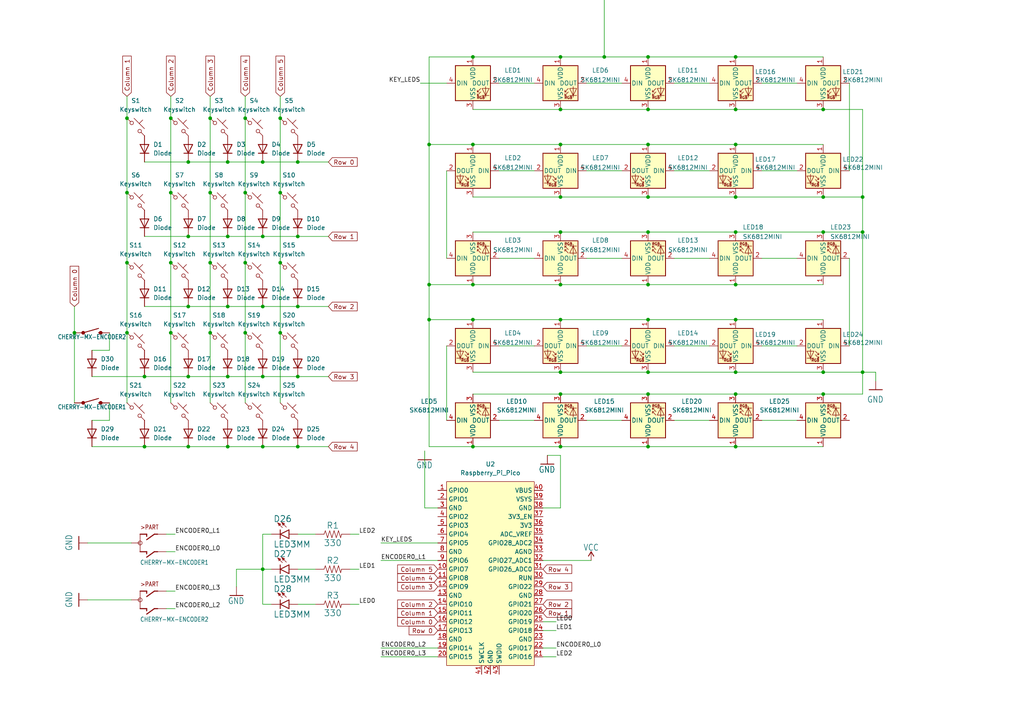
<source format=kicad_sch>
(kicad_sch (version 20231120) (generator "eeschema") (generator_version "8.0")
  (paper "A4")
  (junction (at 81.28 96.52))
  (junction (at 238.76 57.15))
  (junction (at 49.53 96.52))
  (junction (at 187.96 129.54))
  (junction (at 81.28 55.88))
  (junction (at 187.96 16.51))
  (junction (at 54.61 109.22))
  (junction (at 162.56 82.55))
  (junction (at 162.56 16.51))
  (junction (at 81.28 34.29))
  (junction (at 41.91 109.22))
  (junction (at 49.53 34.29))
  (junction (at 60.96 96.52))
  (junction (at 60.96 34.29))
  (junction (at 137.16 41.91))
  (junction (at 76.2 88.9))
  (junction (at 162.56 31.75))
  (junction (at 76.2 46.99))
  (junction (at 60.96 55.88))
  (junction (at 66.04 129.54))
  (junction (at 71.12 76.2))
  (junction (at 86.36 129.54))
  (junction (at 162.56 107.95))
  (junction (at 54.61 46.99))
  (junction (at 213.36 92.71))
  (junction (at 36.83 76.2))
  (junction (at 66.04 109.22))
  (junction (at 187.96 107.95))
  (junction (at 162.56 92.71))
  (junction (at 213.36 114.3))
  (junction (at 60.96 76.2))
  (junction (at 41.91 129.54))
  (junction (at 162.56 57.15))
  (junction (at 76.2 165.1))
  (junction (at 86.36 68.58))
  (junction (at 36.83 34.29))
  (junction (at 66.04 68.58))
  (junction (at 213.36 16.51))
  (junction (at 238.76 31.75))
  (junction (at 250.19 107.95))
  (junction (at 81.28 76.2))
  (junction (at 137.16 16.51))
  (junction (at 49.53 76.2))
  (junction (at 71.12 34.29))
  (junction (at 162.56 114.3))
  (junction (at 54.61 129.54))
  (junction (at 86.36 88.9))
  (junction (at 187.96 57.15))
  (junction (at 187.96 114.3))
  (junction (at 54.61 68.58))
  (junction (at 36.83 55.88))
  (junction (at 175.26 16.51))
  (junction (at 137.16 92.71))
  (junction (at 49.53 55.88))
  (junction (at 66.04 46.99))
  (junction (at 187.96 82.55))
  (junction (at 162.56 41.91))
  (junction (at 187.96 41.91))
  (junction (at 86.36 46.99))
  (junction (at 213.36 31.75))
  (junction (at 137.16 82.55))
  (junction (at 137.16 129.54))
  (junction (at 213.36 67.31))
  (junction (at 71.12 96.52))
  (junction (at 250.19 67.31))
  (junction (at 162.56 129.54))
  (junction (at 124.46 92.71))
  (junction (at 124.46 82.55))
  (junction (at 213.36 41.91))
  (junction (at 213.36 82.55))
  (junction (at 162.56 67.31))
  (junction (at 238.76 114.3))
  (junction (at 66.04 88.9))
  (junction (at 213.36 129.54))
  (junction (at 54.61 88.9))
  (junction (at 250.19 57.15))
  (junction (at 213.36 107.95))
  (junction (at 213.36 57.15))
  (junction (at 86.36 109.22))
  (junction (at 21.59 96.52))
  (junction (at 76.2 68.58))
  (junction (at 187.96 92.71))
  (junction (at 187.96 31.75))
  (junction (at 76.2 129.54))
  (junction (at 36.83 96.52))
  (junction (at 124.46 41.91))
  (junction (at 71.12 55.88))
  (junction (at 187.96 67.31))
  (junction (at 76.2 109.22))
  (junction (at 238.76 67.31))
  (junction (at 238.76 107.95))
  (wire (pts (xy 49.53 96.52) (xy 49.53 116.84)))
  (wire (pts (xy 144.78 100.33) (xy 154.94 100.33)))
  (wire (pts (xy 195.58 24.13) (xy 205.74 24.13)))
  (wire (pts (xy 48.26 176.53) (xy 50.8 176.53)))
  (wire (pts (xy 187.96 67.31) (xy 213.36 67.31)))
  (wire (pts (xy 31.75 101.6) (xy 26.67 101.6)))
  (wire (pts (xy 81.28 34.29) (xy 81.28 55.88)))
  (wire (pts (xy 91.44 175.26) (xy 86.36 175.26)))
  (wire (pts (xy 21.59 96.52) (xy 21.59 116.84)))
  (wire (pts (xy 238.76 67.31) (xy 250.19 67.31)))
  (wire (pts (xy 137.16 82.55) (xy 162.56 82.55)))
  (wire (pts (xy 213.36 129.54) (xy 238.76 129.54)))
  (wire (pts (xy 162.56 57.15) (xy 187.96 57.15)))
  (wire (pts (xy 170.18 121.92) (xy 180.34 121.92)))
  (wire (pts (xy 195.58 100.33) (xy 205.74 100.33)))
  (wire (pts (xy 48.26 160.02) (xy 50.8 160.02)))
  (wire (pts (xy 137.16 114.3) (xy 162.56 114.3)))
  (wire (pts (xy 187.96 82.55) (xy 213.36 82.55)))
  (wire (pts (xy 187.96 31.75) (xy 213.36 31.75)))
  (wire (pts (xy 144.78 74.93) (xy 154.94 74.93)))
  (wire (pts (xy 76.2 165.1) (xy 68.58 165.1)))
  (wire (pts (xy 195.58 49.53) (xy 205.74 49.53)))
  (wire (pts (xy 36.83 55.88) (xy 36.83 76.2)))
  (wire (pts (xy 157.48 182.88) (xy 161.29 182.88)))
  (wire (pts (xy 250.19 114.3) (xy 250.19 107.95)))
  (wire (pts (xy 124.46 41.91) (xy 124.46 82.55)))
  (wire (pts (xy 162.56 132.08) (xy 158.75 132.08)))
  (wire (pts (xy 137.16 16.51) (xy 162.56 16.51)))
  (wire (pts (xy 246.38 24.13) (xy 246.38 49.53)))
  (wire (pts (xy 121.92 24.13) (xy 129.54 24.13)))
  (wire (pts (xy 71.12 34.29) (xy 71.12 55.88)))
  (wire (pts (xy 250.19 31.75) (xy 250.19 57.15)))
  (wire (pts (xy 54.61 109.22) (xy 66.04 109.22)))
  (wire (pts (xy 21.59 88.9) (xy 21.59 96.52)))
  (wire (pts (xy 213.36 16.51) (xy 238.76 16.51)))
  (wire (pts (xy 60.96 27.94) (xy 60.96 34.29)))
  (wire (pts (xy 213.36 82.55) (xy 238.76 82.55)))
  (wire (pts (xy 137.16 92.71) (xy 162.56 92.71)))
  (wire (pts (xy 137.16 31.75) (xy 162.56 31.75)))
  (wire (pts (xy 91.44 165.1) (xy 86.36 165.1)))
  (wire (pts (xy 137.16 41.91) (xy 162.56 41.91)))
  (wire (pts (xy 86.36 129.54) (xy 76.2 129.54)))
  (wire (pts (xy 124.46 92.71) (xy 124.46 129.54)))
  (wire (pts (xy 95.25 46.99) (xy 86.36 46.99)))
  (wire (pts (xy 238.76 57.15) (xy 250.19 57.15)))
  (wire (pts (xy 254 107.95) (xy 250.19 107.95)))
  (wire (pts (xy 36.83 76.2) (xy 36.83 96.52)))
  (wire (pts (xy 129.54 100.33) (xy 129.54 121.92)))
  (wire (pts (xy 187.96 41.91) (xy 213.36 41.91)))
  (wire (pts (xy 157.48 162.56) (xy 171.45 162.56)))
  (wire (pts (xy 187.96 107.95) (xy 213.36 107.95)))
  (wire (pts (xy 162.56 31.75) (xy 187.96 31.75)))
  (wire (pts (xy 175.26 -1.27) (xy 175.26 16.51)))
  (wire (pts (xy 187.96 16.51) (xy 213.36 16.51)))
  (wire (pts (xy 170.18 100.33) (xy 180.34 100.33)))
  (wire (pts (xy 86.36 88.9) (xy 76.2 88.9)))
  (wire (pts (xy 195.58 121.92) (xy 205.74 121.92)))
  (wire (pts (xy 25.4 157.48) (xy 38.1 157.48)))
  (wire (pts (xy 220.98 74.93) (xy 231.14 74.93)))
  (wire (pts (xy 213.36 31.75) (xy 238.76 31.75)))
  (wire (pts (xy 238.76 107.95) (xy 250.19 107.95)))
  (wire (pts (xy 187.96 114.3) (xy 213.36 114.3)))
  (wire (pts (xy 31.75 121.92) (xy 26.67 121.92)))
  (wire (pts (xy 170.18 74.93) (xy 180.34 74.93)))
  (wire (pts (xy 76.2 68.58) (xy 66.04 68.58)))
  (wire (pts (xy 129.54 49.53) (xy 129.54 74.93)))
  (wire (pts (xy 157.48 190.5) (xy 161.29 190.5)))
  (wire (pts (xy 31.75 116.84) (xy 31.75 121.92)))
  (wire (pts (xy 254 107.95) (xy 254 110.49)))
  (wire (pts (xy 195.58 74.93) (xy 205.74 74.93)))
  (wire (pts (xy 60.96 96.52) (xy 60.96 116.84)))
  (wire (pts (xy 162.56 129.54) (xy 187.96 129.54)))
  (wire (pts (xy 71.12 76.2) (xy 71.12 96.52)))
  (wire (pts (xy 170.18 49.53) (xy 180.34 49.53)))
  (wire (pts (xy 144.78 24.13) (xy 154.94 24.13)))
  (wire (pts (xy 137.16 107.95) (xy 162.56 107.95)))
  (wire (pts (xy 187.96 57.15) (xy 213.36 57.15)))
  (wire (pts (xy 162.56 41.91) (xy 187.96 41.91)))
  (wire (pts (xy 137.16 129.54) (xy 162.56 129.54)))
  (wire (pts (xy 81.28 55.88) (xy 81.28 76.2)))
  (wire (pts (xy 36.83 96.52) (xy 36.83 116.84)))
  (wire (pts (xy 81.28 76.2) (xy 81.28 96.52)))
  (wire (pts (xy 157.48 187.96) (xy 161.29 187.96)))
  (wire (pts (xy 49.53 76.2) (xy 49.53 96.52)))
  (wire (pts (xy 76.2 165.1) (xy 76.2 175.26)))
  (wire (pts (xy 76.2 88.9) (xy 66.04 88.9)))
  (wire (pts (xy 238.76 114.3) (xy 250.19 114.3)))
  (wire (pts (xy 49.53 27.94) (xy 49.53 34.29)))
  (wire (pts (xy 101.6 154.94) (xy 104.14 154.94)))
  (wire (pts (xy 123.19 130.81) (xy 123.19 147.32)))
  (wire (pts (xy 162.56 147.32) (xy 162.56 132.08)))
  (wire (pts (xy 86.36 46.99) (xy 76.2 46.99)))
  (wire (pts (xy 81.28 96.52) (xy 81.28 116.84)))
  (wire (pts (xy 144.78 121.92) (xy 154.94 121.92)))
  (wire (pts (xy 86.36 154.94) (xy 91.44 154.94)))
  (wire (pts (xy 95.25 109.22) (xy 86.36 109.22)))
  (wire (pts (xy 60.96 34.29) (xy 60.96 55.88)))
  (wire (pts (xy 101.6 165.1) (xy 104.14 165.1)))
  (wire (pts (xy 162.56 67.31) (xy 187.96 67.31)))
  (wire (pts (xy 124.46 16.51) (xy 137.16 16.51)))
  (wire (pts (xy 170.18 24.13) (xy 180.34 24.13)))
  (wire (pts (xy 95.25 129.54) (xy 86.36 129.54)))
  (wire (pts (xy 162.56 114.3) (xy 187.96 114.3)))
  (wire (pts (xy 213.36 67.31) (xy 238.76 67.31)))
  (wire (pts (xy 76.2 154.94) (xy 76.2 165.1)))
  (wire (pts (xy 36.83 34.29) (xy 36.83 55.88)))
  (wire (pts (xy 31.75 96.52) (xy 31.75 101.6)))
  (wire (pts (xy 54.61 46.99) (xy 66.04 46.99)))
  (wire (pts (xy 250.19 67.31) (xy 250.19 107.95)))
  (wire (pts (xy 66.04 129.54) (xy 54.61 129.54)))
  (wire (pts (xy 162.56 16.51) (xy 175.26 16.51)))
  (wire (pts (xy 78.74 154.94) (xy 76.2 154.94)))
  (wire (pts (xy 137.16 67.31) (xy 162.56 67.31)))
  (wire (pts (xy 49.53 34.29) (xy 49.53 55.88)))
  (wire (pts (xy 41.91 129.54) (xy 54.61 129.54)))
  (wire (pts (xy 26.67 129.54) (xy 41.91 129.54)))
  (wire (pts (xy 213.36 114.3) (xy 238.76 114.3)))
  (wire (pts (xy 95.25 88.9) (xy 86.36 88.9)))
  (wire (pts (xy 187.96 129.54) (xy 213.36 129.54)))
  (wire (pts (xy 124.46 41.91) (xy 137.16 41.91)))
  (wire (pts (xy 127 147.32) (xy 123.19 147.32)))
  (wire (pts (xy 220.98 49.53) (xy 231.14 49.53)))
  (wire (pts (xy 71.12 96.52) (xy 71.12 116.84)))
  (wire (pts (xy 220.98 121.92) (xy 231.14 121.92)))
  (wire (pts (xy 60.96 55.88) (xy 60.96 76.2)))
  (wire (pts (xy 76.2 46.99) (xy 66.04 46.99)))
  (wire (pts (xy 41.91 46.99) (xy 54.61 46.99)))
  (wire (pts (xy 76.2 109.22) (xy 66.04 109.22)))
  (wire (pts (xy 162.56 82.55) (xy 187.96 82.55)))
  (wire (pts (xy 95.25 68.58) (xy 86.36 68.58)))
  (wire (pts (xy 144.78 49.53) (xy 154.94 49.53)))
  (wire (pts (xy 60.96 76.2) (xy 60.96 96.52)))
  (wire (pts (xy 49.53 55.88) (xy 49.53 76.2)))
  (wire (pts (xy 76.2 129.54) (xy 66.04 129.54)))
  (wire (pts (xy 162.56 92.71) (xy 187.96 92.71)))
  (wire (pts (xy 124.46 129.54) (xy 137.16 129.54)))
  (wire (pts (xy 81.28 27.94) (xy 81.28 34.29)))
  (wire (pts (xy 220.98 24.13) (xy 231.14 24.13)))
  (wire (pts (xy 238.76 31.75) (xy 250.19 31.75)))
  (wire (pts (xy 213.36 107.95) (xy 238.76 107.95)))
  (wire (pts (xy 76.2 68.58) (xy 86.36 68.58)))
  (wire (pts (xy 71.12 55.88) (xy 71.12 76.2)))
  (wire (pts (xy 71.12 27.94) (xy 71.12 34.29)))
  (wire (pts (xy 213.36 57.15) (xy 238.76 57.15)))
  (wire (pts (xy 66.04 68.58) (xy 54.61 68.58)))
  (wire (pts (xy 110.49 190.5) (xy 127 190.5)))
  (wire (pts (xy 101.6 175.26) (xy 104.14 175.26)))
  (wire (pts (xy 54.61 88.9) (xy 66.04 88.9)))
  (wire (pts (xy 124.46 82.55) (xy 137.16 82.55)))
  (wire (pts (xy 213.36 41.91) (xy 238.76 41.91)))
  (wire (pts (xy 213.36 92.71) (xy 238.76 92.71)))
  (wire (pts (xy 86.36 109.22) (xy 76.2 109.22)))
  (wire (pts (xy 246.38 74.93) (xy 246.38 100.33)))
  (wire (pts (xy 110.49 162.56) (xy 127 162.56)))
  (wire (pts (xy 124.46 82.55) (xy 124.46 92.71)))
  (wire (pts (xy 157.48 147.32) (xy 162.56 147.32)))
  (wire (pts (xy 26.67 109.22) (xy 41.91 109.22)))
  (wire (pts (xy 36.83 27.94) (xy 36.83 34.29)))
  (wire (pts (xy 48.26 154.94) (xy 50.8 154.94)))
  (wire (pts (xy 187.96 92.71) (xy 213.36 92.71)))
  (wire (pts (xy 220.98 100.33) (xy 231.14 100.33)))
  (wire (pts (xy 157.48 180.34) (xy 161.29 180.34)))
  (wire (pts (xy 110.49 157.48) (xy 127 157.48)))
  (wire (pts (xy 68.58 165.1) (xy 68.58 170.18)))
  (wire (pts (xy 162.56 107.95) (xy 187.96 107.95)))
  (wire (pts (xy 250.19 57.15) (xy 250.19 67.31)))
  (wire (pts (xy 175.26 16.51) (xy 187.96 16.51)))
  (wire (pts (xy 110.49 187.96) (xy 127 187.96)))
  (wire (pts (xy 76.2 165.1) (xy 78.74 165.1)))
  (wire (pts (xy 76.2 175.26) (xy 78.74 175.26)))
  (wire (pts (xy 137.16 57.15) (xy 162.56 57.15)))
  (wire (pts (xy 48.26 171.45) (xy 50.8 171.45)))
  (wire (pts (xy 124.46 41.91) (xy 124.46 16.51)))
  (wire (pts (xy 41.91 88.9) (xy 54.61 88.9)))
  (wire (pts (xy 54.61 109.22) (xy 41.91 109.22)))
  (wire (pts (xy 25.4 173.99) (xy 38.1 173.99)))
  (wire (pts (xy 54.61 68.58) (xy 41.91 68.58)))
  (wire (pts (xy 137.16 92.71) (xy 124.46 92.71)))
  (label "LED0" (at 104.14 175.26 0) (effects (font (size 1.2446 1.2446))))
  (label "KEY_LEDS" (at 121.92 24.13 180) (effects (font (size 1.2446 1.2446))))
  (label "ENCODER0_L0" (at 161.29 187.96 0) (effects (font (size 1.2446 1.2446))))
  (label "LED1" (at 161.29 182.88 0) (effects (font (size 1.2446 1.2446))))
  (label "ENCODER0_L1" (at 50.8 154.94 0) (effects (font (size 1.2446 1.2446))))
  (label "LED1" (at 104.14 165.1 0) (effects (font (size 1.2446 1.2446))))
  (label "ENCODER0_L2" (at 110.49 187.96 0) (effects (font (size 1.2446 1.2446))))
  (label "KEY_LEDS" (at 110.49 157.48 0) (effects (font (size 1.2446 1.2446))))
  (label "ENCODER0_L1" (at 110.49 162.56 0) (effects (font (size 1.2446 1.2446))))
  (label "ENCODER0_L2" (at 50.8 176.53 0) (effects (font (size 1.2446 1.2446))))
  (label "LED2" (at 161.29 190.5 0) (effects (font (size 1.2446 1.2446))))
  (label "LED0" (at 161.29 180.34 0) (effects (font (size 1.2446 1.2446))))
  (label "ENCODER0_L3" (at 50.8 171.45 0) (effects (font (size 1.2446 1.2446))))
  (label "LED2" (at 104.14 154.94 0) (effects (font (size 1.2446 1.2446))))
  (label "ENCODER0_L0" (at 50.8 160.02 0) (effects (font (size 1.2446 1.2446))))
  (label "ENCODER0_L3" (at 110.49 190.5 0) (effects (font (size 1.2446 1.2446))))
  (global_label "Row 1" (shape input) (at 157.48 177.8 0) (property "Intersheetrefs" "${INTERSHEET_REFS}" (effects (hide yes))))
  (global_label "Column 2" (shape input) (at 127 175.26 180) (property "Intersheetrefs" "${INTERSHEET_REFS}" (effects (hide yes))))
  (global_label "Column 3" (shape input) (at 127 170.18 180) (property "Intersheetrefs" "${INTERSHEET_REFS}" (effects (hide yes))))
  (global_label "Row 3" (shape input) (at 157.48 170.18 0) (property "Intersheetrefs" "${INTERSHEET_REFS}" (effects (hide yes))))
  (global_label "Column 4" (shape input) (at 127 167.64 180) (property "Intersheetrefs" "${INTERSHEET_REFS}" (effects (hide yes))))
  (global_label "Column 1" (shape input) (at 127 177.8 180) (property "Intersheetrefs" "${INTERSHEET_REFS}" (effects (hide yes))))
  (global_label "Column 1" (shape input) (at 36.83 27.94 90) (property "Intersheetrefs" "${INTERSHEET_REFS}" (effects (hide yes))))
  (global_label "Row 4" (shape input) (at 95.25 129.54 0) (property "Intersheetrefs" "${INTERSHEET_REFS}" (effects (hide yes))))
  (global_label "Column 2" (shape input) (at 49.53 27.94 90) (property "Intersheetrefs" "${INTERSHEET_REFS}" (effects (hide yes))))
  (global_label "Row 2" (shape input) (at 157.48 175.26 0) (property "Intersheetrefs" "${INTERSHEET_REFS}" (effects (hide yes))))
  (global_label "Row 0" (shape input) (at 127 182.88 180) (property "Intersheetrefs" "${INTERSHEET_REFS}" (effects (hide yes))))
  (global_label "Column 0" (shape input) (at 127 180.34 180) (property "Intersheetrefs" "${INTERSHEET_REFS}" (effects (hide yes))))
  (global_label "Column 3" (shape input) (at 60.96 27.94 90) (property "Intersheetrefs" "${INTERSHEET_REFS}" (effects (hide yes))))
  (global_label "Row 4" (shape input) (at 157.48 165.1 0) (property "Intersheetrefs" "${INTERSHEET_REFS}" (effects (hide yes))))
  (global_label "Row 1" (shape input) (at 95.25 68.58 0) (property "Intersheetrefs" "${INTERSHEET_REFS}" (effects (hide yes))))
  (global_label "Row 2" (shape input) (at 95.25 88.9 0) (property "Intersheetrefs" "${INTERSHEET_REFS}" (effects (hide yes))))
  (global_label "Column 0" (shape input) (at 21.59 88.9 90) (property "Intersheetrefs" "${INTERSHEET_REFS}" (effects (hide yes))))
  (global_label "Column 5" (shape input) (at 81.28 27.94 90) (property "Intersheetrefs" "${INTERSHEET_REFS}" (effects (hide yes))))
  (global_label "Row 3" (shape input) (at 95.25 109.22 0) (property "Intersheetrefs" "${INTERSHEET_REFS}" (effects (hide yes))))
  (global_label "Row 0" (shape input) (at 95.25 46.99 0) (property "Intersheetrefs" "${INTERSHEET_REFS}" (effects (hide yes))))
  (global_label "Column 5" (shape input) (at 127 165.1 180) (property "Intersheetrefs" "${INTERSHEET_REFS}" (effects (hide yes))))
  (global_label "Column 4" (shape input) (at 71.12 27.94 90) (property "Intersheetrefs" "${INTERSHEET_REFS}" (effects (hide yes))))
  (symbol (lib_id "ScottoKeebs:Placeholder_Keyswitch") (at 73.66 78.74 0) (unit 1)
    (property "Reference" "S14" (at 73.66 71.12 0))
    (property "Value" "Keyswitch" (at 73.66 73.66 0))
    (property "Footprint" "ScottoKeebs_Hotswap:Hotswap_MX_1.00u" (effects (hide yes)))
    (property "Description" "Push button switch, normally open, two pins, 45° tilted" (effects (hide yes)))
  )
  (symbol (lib_id "dumbpad_lib:SK6812MINI_1") (at 213.36 24.13 0) (unit 1)
    (property "Reference" "LED16" (at 221.996 20.828 0))
    (property "Value" "SK6812MINI" (at 224.9359 23.1799 0))
    (property "Footprint" "LED_SMD:LED_SK6812MINI_PLCC4_3.5x3.5mm_P1.75mm" (effects (hide yes)))
    (property "Datasheet" "https://cdn-shop.adafruit.com/product-files/2686/SK6812MINI_REV.01-1-2.pdf" (effects (hide yes)))
  )
  (symbol (lib_id "ScottoKeebs:Placeholder_Keyswitch") (at 39.37 36.83 0) (unit 1)
    (property "Reference" "S1" (at 39.37 29.21 0))
    (property "Value" "Keyswitch" (at 39.37 31.75 0))
    (property "Footprint" "ScottoKeebs_Hotswap:Hotswap_MX_1.00u" (effects (hide yes)))
    (property "Description" "Push button switch, normally open, two pins, 45° tilted" (effects (hide yes)))
  )
  (symbol (lib_id "ScottoKeebs:Placeholder_Keyswitch") (at 83.82 58.42 0) (unit 1)
    (property "Reference" "S10" (at 83.82 50.8 0))
    (property "Value" "Keyswitch" (at 83.82 53.34 0))
    (property "Footprint" "ScottoKeebs_Hotswap:Hotswap_MX_1.00u" (effects (hide yes)))
    (property "Description" "Push button switch, normally open, two pins, 45° tilted" (effects (hide yes)))
  )
  (symbol (lib_id "dumbpad-eagle-import:330OHM-HORIZ-1/10W-5%") (at 96.52 165.1 0) (unit 1)
    (property "Reference" "R2" (at 96.52 163.576 0) (effects (font (size 1.778 1.778)) (justify bottom)))
    (property "Value" "330" (at 96.52 166.624 0) (effects (font (size 1.778 1.778)) (justify top)))
    (property "Footprint" "dumbpad:AXIAL-0.3" (effects (hide yes)))
  )
  (symbol (lib_id "dumbpad_lib:SK6812MINI_1") (at 187.96 24.13 0) (unit 1)
    (property "Reference" "LED11" (at 199.5359 20.4048 0))
    (property "Value" "SK6812MINI" (at 199.5359 23.1799 0))
    (property "Footprint" "LED_SMD:LED_SK6812MINI_PLCC4_3.5x3.5mm_P1.75mm" (effects (hide yes)))
    (property "Datasheet" "https://cdn-shop.adafruit.com/product-files/2686/SK6812MINI_REV.01-1-2.pdf" (effects (hide yes)))
  )
  (symbol (lib_id "ScottoKeebs:Placeholder_Diode") (at 41.91 43.18 90) (unit 1)
    (property "Reference" "D1" (at 44.45 41.9099 90) (effects (justify right)))
    (property "Value" "Diode" (at 44.45 44.4499 90) (effects (justify right)))
    (property "Footprint" "ScottoKeebs_Components:Diode_DO-35" (effects (hide yes)))
    (property "Description" "1N4148 (DO-35) or 1N4148W (SOD-123)" (effects (hide yes)))
    (property "Sim.Device" "D" (effects (hide yes)))
    (property "Sim.Pins" "1=K 2=A" (effects (hide yes)))
  )
  (symbol (lib_id "dumbpad-eagle-import:CHERRY-MX-ENCODER") (at 26.67 116.84 0) (unit 1)
    (property "Reference" "RE_3_1" (effects (hide yes)))
    (property "Value" "CHERRY-MX-ENCODER1" (at 26.67 117.348 0) (effects (font (size 1.27 1.0795)) (justify top)))
    (property "Footprint" "Rotary_Encoder:RotaryEncoder_Alps_EC11E-Switch_Vertical_H20mm" (effects (hide yes)))
  )
  (symbol (lib_id "ScottoKeebs:Placeholder_Diode") (at 76.2 85.09 90) (unit 1)
    (property "Reference" "D14" (at 78.74 83.8199 90) (effects (justify right)))
    (property "Value" "Diode" (at 78.74 86.3599 90) (effects (justify right)))
    (property "Footprint" "ScottoKeebs_Components:Diode_DO-35" (effects (hide yes)))
    (property "Description" "1N4148 (DO-35) or 1N4148W (SOD-123)" (effects (hide yes)))
    (property "Sim.Device" "D" (effects (hide yes)))
    (property "Sim.Pins" "1=K 2=A" (effects (hide yes)))
  )
  (symbol (lib_id "dumbpad_lib:SK6812MINI_1") (at 238.76 74.93 0) (mirror x) (unit 1)
    (property "Reference" "LED23" (at 240.7794 65.8835 0) (effects (justify left)))
    (property "Value" "SK6812MINI" (at 240.7794 68.6586 0) (effects (justify left)))
    (property "Footprint" "LED_SMD:LED_SK6812MINI_PLCC4_3.5x3.5mm_P1.75mm" (effects (hide yes)))
    (property "Datasheet" "https://cdn-shop.adafruit.com/product-files/2686/SK6812MINI_REV.01-1-2.pdf" (effects (hide yes)))
  )
  (symbol (lib_id "ScottoKeebs:Placeholder_Diode") (at 76.2 64.77 90) (unit 1)
    (property "Reference" "D9" (at 78.74 63.4999 90) (effects (justify right)))
    (property "Value" "Diode" (at 78.74 66.0399 90) (effects (justify right)))
    (property "Footprint" "ScottoKeebs_Components:Diode_DO-35" (effects (hide yes)))
    (property "Description" "1N4148 (DO-35) or 1N4148W (SOD-123)" (effects (hide yes)))
    (property "Sim.Device" "D" (effects (hide yes)))
    (property "Sim.Pins" "1=K 2=A" (effects (hide yes)))
  )
  (symbol (lib_id "ScottoKeebs:Placeholder_Keyswitch") (at 52.07 119.38 0) (unit 1)
    (property "Reference" "S22" (at 52.07 111.76 0))
    (property "Value" "Keyswitch" (at 52.07 114.3 0))
    (property "Footprint" "ScottoKeebs_Hotswap:Hotswap_MX_1.00u" (effects (hide yes)))
    (property "Description" "Push button switch, normally open, two pins, 45° tilted" (effects (hide yes)))
  )
  (symbol (lib_id "dumbpad-eagle-import:GND") (at 22.86 157.48 270) (unit 1)
    (property "Reference" "#GND01" (effects (hide yes)))
    (property "Value" "GND" (at 19.05 154.94 0) (effects (font (size 1.778 1.5113)) (justify left bottom)))
    (property "Footprint" "dumbpad:" (effects (hide yes)))
  )
  (symbol (lib_id "ScottoKeebs:Placeholder_Diode") (at 26.67 125.73 90) (unit 1)
    (property "Reference" "D29" (at 29.21 124.4599 90) (effects (justify right)))
    (property "Value" "Diode" (at 29.21 126.9999 90) (effects (justify right)))
    (property "Footprint" "ScottoKeebs_Components:Diode_DO-35" (effects (hide yes)))
    (property "Description" "1N4148 (DO-35) or 1N4148W (SOD-123)" (effects (hide yes)))
    (property "Sim.Device" "D" (effects (hide yes)))
    (property "Sim.Pins" "1=K 2=A" (effects (hide yes)))
  )
  (symbol (lib_id "ScottoKeebs:Placeholder_Diode") (at 86.36 43.18 90) (unit 1)
    (property "Reference" "D5" (at 88.9 41.9099 90) (effects (justify right)))
    (property "Value" "Diode" (at 88.9 44.4499 90) (effects (justify right)))
    (property "Footprint" "ScottoKeebs_Components:Diode_DO-35" (effects (hide yes)))
    (property "Description" "1N4148 (DO-35) or 1N4148W (SOD-123)" (effects (hide yes)))
    (property "Sim.Device" "D" (effects (hide yes)))
    (property "Sim.Pins" "1=K 2=A" (effects (hide yes)))
  )
  (symbol (lib_id "dumbpad_lib:SK6812MINI_1") (at 213.36 121.92 0) (mirror x) (unit 1)
    (property "Reference" "LED20" (at 200.66 116.4238 0))
    (property "Value" "SK6812MINI" (at 200.66 118.9638 0))
    (property "Footprint" "LED_SMD:LED_SK6812MINI_PLCC4_3.5x3.5mm_P1.75mm" (effects (hide yes)))
    (property "Datasheet" "https://cdn-shop.adafruit.com/product-files/2686/SK6812MINI_REV.01-1-2.pdf" (effects (hide yes)))
  )
  (symbol (lib_id "dumbpad_lib:SK6812MINI_1") (at 187.96 100.33 0) (mirror y) (unit 1)
    (property "Reference" "LED14" (at 199.5359 96.6048 0))
    (property "Value" "SK6812MINI" (at 199.5359 99.3799 0))
    (property "Footprint" "LED_SMD:LED_SK6812MINI_PLCC4_3.5x3.5mm_P1.75mm" (effects (hide yes)))
    (property "Datasheet" "https://cdn-shop.adafruit.com/product-files/2686/SK6812MINI_REV.01-1-2.pdf" (effects (hide yes)))
  )
  (symbol (lib_id "dumbpad-eagle-import:CHERRY-MX-ENCODER") (at 40.64 173.99 270) (unit 2)
    (property "Reference" "RE_3_2" (effects (hide yes)))
    (property "Value" "CHERRY-MX-ENCODER2" (at 40.64 180.34 90) (effects (font (size 1.27 1.0795)) (justify left bottom)))
    (property "Footprint" "Rotary_Encoder:RotaryEncoder_Alps_EC11E-Switch_Vertical_H20mm" (effects (hide yes)))
  )
  (symbol (lib_id "ScottoKeebs:Placeholder_Diode") (at 66.04 125.73 90) (unit 1)
    (property "Reference" "D23" (at 68.58 124.4599 90) (effects (justify right)))
    (property "Value" "Diode" (at 68.58 126.9999 90) (effects (justify right)))
    (property "Footprint" "ScottoKeebs_Components:Diode_DO-35" (effects (hide yes)))
    (property "Description" "1N4148 (DO-35) or 1N4148W (SOD-123)" (effects (hide yes)))
    (property "Sim.Device" "D" (effects (hide yes)))
    (property "Sim.Pins" "1=K 2=A" (effects (hide yes)))
  )
  (symbol (lib_id "ScottoKeebs:Placeholder_Keyswitch") (at 73.66 99.06 0) (unit 1)
    (property "Reference" "S19" (at 73.66 91.44 0))
    (property "Value" "Keyswitch" (at 73.66 93.98 0))
    (property "Footprint" "ScottoKeebs_Hotswap:Hotswap_MX_1.00u" (effects (hide yes)))
    (property "Description" "Push button switch, normally open, two pins, 45° tilted" (effects (hide yes)))
  )
  (symbol (lib_id "dumbpad_lib:SK6812MINI_1") (at 238.76 100.33 0) (mirror y) (unit 1)
    (property "Reference" "LED24" (at 247.396 97.028 0))
    (property "Value" "SK6812MINI" (at 250.3359 99.3799 0))
    (property "Footprint" "LED_SMD:LED_SK6812MINI_PLCC4_3.5x3.5mm_P1.75mm" (effects (hide yes)))
    (property "Datasheet" "https://cdn-shop.adafruit.com/product-files/2686/SK6812MINI_REV.01-1-2.pdf" (effects (hide yes)))
  )
  (symbol (lib_id "dumbpad_lib:SK6812MINI_1") (at 137.16 74.93 0) (mirror x) (unit 1)
    (property "Reference" "LED3" (at 148.7359 69.706 0))
    (property "Value" "SK6812MINI" (at 148.7359 72.4811 0))
    (property "Footprint" "LED_SMD:LED_SK6812MINI_PLCC4_3.5x3.5mm_P1.75mm" (effects (hide yes)))
    (property "Datasheet" "https://cdn-shop.adafruit.com/product-files/2686/SK6812MINI_REV.01-1-2.pdf" (effects (hide yes)))
  )
  (symbol (lib_id "dumbpad_lib:SK6812MINI_1") (at 213.36 49.53 0) (mirror y) (unit 1)
    (property "Reference" "LED17" (at 221.996 46.228 0))
    (property "Value" "SK6812MINI" (at 224.9359 48.5799 0))
    (property "Footprint" "LED_SMD:LED_SK6812MINI_PLCC4_3.5x3.5mm_P1.75mm" (effects (hide yes)))
    (property "Datasheet" "https://cdn-shop.adafruit.com/product-files/2686/SK6812MINI_REV.01-1-2.pdf" (effects (hide yes)))
  )
  (symbol (lib_id "dumbpad-eagle-import:LED3MM") (at 83.82 175.26 270) (unit 1)
    (property "Reference" "D28" (at 79.248 171.831 90) (effects (font (size 1.778 1.778)) (justify left bottom)))
    (property "Value" "LED3MM" (at 79.248 177.165 90) (effects (font (size 1.778 1.778)) (justify left top)))
    (property "Footprint" "dumbpad:LED_3MM" (effects (hide yes)))
  )
  (symbol (lib_id "dumbpad_lib:SK6812MINI_1") (at 213.36 100.33 0) (mirror y) (unit 1)
    (property "Reference" "LED19" (at 221.996 97.028 0))
    (property "Value" "SK6812MINI" (at 224.9359 99.3799 0))
    (property "Footprint" "LED_SMD:LED_SK6812MINI_PLCC4_3.5x3.5mm_P1.75mm" (effects (hide yes)))
    (property "Datasheet" "https://cdn-shop.adafruit.com/product-files/2686/SK6812MINI_REV.01-1-2.pdf" (effects (hide yes)))
  )
  (symbol (lib_id "ScottoKeebs:Placeholder_Keyswitch") (at 63.5 119.38 0) (unit 1)
    (property "Reference" "S23" (at 63.5 111.76 0))
    (property "Value" "Keyswitch" (at 63.5 114.3 0))
    (property "Footprint" "ScottoKeebs_Hotswap:Hotswap_MX_1.00u" (effects (hide yes)))
    (property "Description" "Push button switch, normally open, two pins, 45° tilted" (effects (hide yes)))
  )
  (symbol (lib_id "ScottoKeebs:Placeholder_Diode") (at 54.61 125.73 90) (unit 1)
    (property "Reference" "D22" (at 57.15 124.4599 90) (effects (justify right)))
    (property "Value" "Diode" (at 57.15 126.9999 90) (effects (justify right)))
    (property "Footprint" "ScottoKeebs_Components:Diode_DO-35" (effects (hide yes)))
    (property "Description" "1N4148 (DO-35) or 1N4148W (SOD-123)" (effects (hide yes)))
    (property "Sim.Device" "D" (effects (hide yes)))
    (property "Sim.Pins" "1=K 2=A" (effects (hide yes)))
  )
  (symbol (lib_id "ScottoKeebs:Placeholder_Keyswitch") (at 63.5 99.06 0) (unit 1)
    (property "Reference" "S18" (at 63.5 91.44 0))
    (property "Value" "Keyswitch" (at 63.5 93.98 0))
    (property "Footprint" "ScottoKeebs_Hotswap:Hotswap_MX_1.00u" (effects (hide yes)))
    (property "Description" "Push button switch, normally open, two pins, 45° tilted" (effects (hide yes)))
  )
  (symbol (lib_id "dumbpad_lib:SK6812MINI_1") (at 238.76 121.92 0) (mirror x) (unit 1)
    (property "Reference" "LED25" (at 226.06 116.4238 0))
    (property "Value" "SK6812MINI" (at 226.06 118.9638 0))
    (property "Footprint" "LED_SMD:LED_SK6812MINI_PLCC4_3.5x3.5mm_P1.75mm" (effects (hide yes)))
    (property "Datasheet" "https://cdn-shop.adafruit.com/product-files/2686/SK6812MINI_REV.01-1-2.pdf" (effects (hide yes)))
  )
  (symbol (lib_id "ScottoKeebs:Placeholder_Diode") (at 26.67 105.41 90) (unit 1)
    (property "Reference" "D30" (at 29.21 104.1399 90) (effects (justify right)))
    (property "Value" "Diode" (at 29.21 106.6799 90) (effects (justify right)))
    (property "Footprint" "ScottoKeebs_Components:Diode_DO-35" (effects (hide yes)))
    (property "Description" "1N4148 (DO-35) or 1N4148W (SOD-123)" (effects (hide yes)))
    (property "Sim.Device" "D" (effects (hide yes)))
    (property "Sim.Pins" "1=K 2=A" (effects (hide yes)))
  )
  (symbol (lib_id "ScottoKeebs:Placeholder_Keyswitch") (at 73.66 119.38 0) (unit 1)
    (property "Reference" "S24" (at 73.66 111.76 0))
    (property "Value" "Keyswitch" (at 73.66 114.3 0))
    (property "Footprint" "ScottoKeebs_Hotswap:Hotswap_MX_1.00u" (effects (hide yes)))
    (property "Description" "Push button switch, normally open, two pins, 45° tilted" (effects (hide yes)))
  )
  (symbol (lib_id "ScottoKeebs:Placeholder_Diode") (at 41.91 105.41 90) (unit 1)
    (property "Reference" "D16" (at 44.45 104.1399 90) (effects (justify right)))
    (property "Value" "Diode" (at 44.45 106.6799 90) (effects (justify right)))
    (property "Footprint" "ScottoKeebs_Components:Diode_DO-35" (effects (hide yes)))
    (property "Description" "1N4148 (DO-35) or 1N4148W (SOD-123)" (effects (hide yes)))
    (property "Sim.Device" "D" (effects (hide yes)))
    (property "Sim.Pins" "1=K 2=A" (effects (hide yes)))
  )
  (symbol (lib_id "ScottoKeebs:Placeholder_Keyswitch") (at 73.66 58.42 0) (unit 1)
    (property "Reference" "S9" (at 73.66 50.8 0))
    (property "Value" "Keyswitch" (at 73.66 53.34 0))
    (property "Footprint" "ScottoKeebs_Hotswap:Hotswap_MX_1.00u" (effects (hide yes)))
    (property "Description" "Push button switch, normally open, two pins, 45° tilted" (effects (hide yes)))
  )
  (symbol (lib_id "ScottoKeebs:MCU_Raspberry_Pi_Pico") (at 142.24 166.37 0) (unit 1)
    (property "Reference" "U2" (at 142.24 134.62 0))
    (property "Value" "Raspberry_Pi_Pico" (at 142.24 137.16 0))
    (property "Footprint" "ScottoKeebs_MCU:Raspberry_Pi_Pico" (effects (hide yes)))
  )
  (symbol (lib_id "ScottoKeebs:Placeholder_Diode") (at 76.2 125.73 90) (unit 1)
    (property "Reference" "D24" (at 78.74 124.4599 90) (effects (justify right)))
    (property "Value" "Diode" (at 78.74 126.9999 90) (effects (justify right)))
    (property "Footprint" "ScottoKeebs_Components:Diode_DO-35" (effects (hide yes)))
    (property "Description" "1N4148 (DO-35) or 1N4148W (SOD-123)" (effects (hide yes)))
    (property "Sim.Device" "D" (effects (hide yes)))
    (property "Sim.Pins" "1=K 2=A" (effects (hide yes)))
  )
  (symbol (lib_id "dumbpad_lib:SK6812MINI_1") (at 137.16 100.33 0) (mirror y) (unit 1)
    (property "Reference" "LED4" (at 148.7359 96.6048 0))
    (property "Value" "SK6812MINI" (at 148.7359 99.3799 0))
    (property "Footprint" "LED_SMD:LED_SK6812MINI_PLCC4_3.5x3.5mm_P1.75mm" (effects (hide yes)))
    (property "Datasheet" "https://cdn-shop.adafruit.com/product-files/2686/SK6812MINI_REV.01-1-2.pdf" (effects (hide yes)))
  )
  (symbol (lib_id "ScottoKeebs:Placeholder_Diode") (at 41.91 64.77 90) (unit 1)
    (property "Reference" "D6" (at 44.45 63.4999 90) (effects (justify right)))
    (property "Value" "Diode" (at 44.45 66.0399 90) (effects (justify right)))
    (property "Footprint" "ScottoKeebs_Components:Diode_DO-35" (effects (hide yes)))
    (property "Description" "1N4148 (DO-35) or 1N4148W (SOD-123)" (effects (hide yes)))
    (property "Sim.Device" "D" (effects (hide yes)))
    (property "Sim.Pins" "1=K 2=A" (effects (hide yes)))
  )
  (symbol (lib_id "dumbpad-eagle-import:VCC") (at 171.45 162.56 0) (unit 1)
    (property "Reference" "#SUPPLY02" (effects (hide yes)))
    (property "Value" "VCC" (at 171.45 159.766 0) (effects (font (size 1.778 1.5113)) (justify bottom)))
    (property "Footprint" "dumbpad:" (effects (hide yes)))
  )
  (symbol (lib_id "ScottoKeebs:Placeholder_Diode") (at 86.36 125.73 90) (unit 1)
    (property "Reference" "D25" (at 88.9 124.4599 90) (effects (justify right)))
    (property "Value" "Diode" (at 88.9 126.9999 90) (effects (justify right)))
    (property "Footprint" "ScottoKeebs_Components:Diode_DO-35" (effects (hide yes)))
    (property "Description" "1N4148 (DO-35) or 1N4148W (SOD-123)" (effects (hide yes)))
    (property "Sim.Device" "D" (effects (hide yes)))
    (property "Sim.Pins" "1=K 2=A" (effects (hide yes)))
  )
  (symbol (lib_id "ScottoKeebs:Placeholder_Keyswitch") (at 52.07 36.83 0) (unit 1)
    (property "Reference" "S2" (at 52.07 29.21 0))
    (property "Value" "Keyswitch" (at 52.07 31.75 0))
    (property "Footprint" "ScottoKeebs_Hotswap:Hotswap_MX_1.00u" (effects (hide yes)))
    (property "Description" "Push button switch, normally open, two pins, 45° tilted" (effects (hide yes)))
  )
  (symbol (lib_id "ScottoKeebs:Placeholder_Keyswitch") (at 83.82 36.83 0) (unit 1)
    (property "Reference" "S5" (at 83.82 29.21 0))
    (property "Value" "Keyswitch" (at 83.82 31.75 0))
    (property "Footprint" "ScottoKeebs_Hotswap:Hotswap_MX_1.00u" (effects (hide yes)))
    (property "Description" "Push button switch, normally open, two pins, 45° tilted" (effects (hide yes)))
  )
  (symbol (lib_id "ScottoKeebs:Placeholder_Keyswitch") (at 83.82 78.74 0) (unit 1)
    (property "Reference" "S15" (at 83.82 71.12 0))
    (property "Value" "Keyswitch" (at 83.82 73.66 0))
    (property "Footprint" "ScottoKeebs_Hotswap:Hotswap_MX_1.00u" (effects (hide yes)))
    (property "Description" "Push button switch, normally open, two pins, 45° tilted" (effects (hide yes)))
  )
  (symbol (lib_id "ScottoKeebs:Placeholder_Diode") (at 54.61 64.77 90) (unit 1)
    (property "Reference" "D7" (at 57.15 63.4999 90) (effects (justify right)))
    (property "Value" "Diode" (at 57.15 66.0399 90) (effects (justify right)))
    (property "Footprint" "ScottoKeebs_Components:Diode_DO-35" (effects (hide yes)))
    (property "Description" "1N4148 (DO-35) or 1N4148W (SOD-123)" (effects (hide yes)))
    (property "Sim.Device" "D" (effects (hide yes)))
    (property "Sim.Pins" "1=K 2=A" (effects (hide yes)))
  )
  (symbol (lib_id "ScottoKeebs:Placeholder_Diode") (at 66.04 105.41 90) (unit 1)
    (property "Reference" "D18" (at 68.58 104.1399 90) (effects (justify right)))
    (property "Value" "Diode" (at 68.58 106.6799 90) (effects (justify right)))
    (property "Footprint" "ScottoKeebs_Components:Diode_DO-35" (effects (hide yes)))
    (property "Description" "1N4148 (DO-35) or 1N4148W (SOD-123)" (effects (hide yes)))
    (property "Sim.Device" "D" (effects (hide yes)))
    (property "Sim.Pins" "1=K 2=A" (effects (hide yes)))
  )
  (symbol (lib_id "ScottoKeebs:Placeholder_Diode") (at 54.61 105.41 90) (unit 1)
    (property "Reference" "D17" (at 57.15 104.1399 90) (effects (justify right)))
    (property "Value" "Diode" (at 57.15 106.6799 90) (effects (justify right)))
    (property "Footprint" "ScottoKeebs_Components:Diode_DO-35" (effects (hide yes)))
    (property "Description" "1N4148 (DO-35) or 1N4148W (SOD-123)" (effects (hide yes)))
    (property "Sim.Device" "D" (effects (hide yes)))
    (property "Sim.Pins" "1=K 2=A" (effects (hide yes)))
  )
  (symbol (lib_id "dumbpad_lib:SK6812MINI_1") (at 162.56 49.53 0) (mirror y) (unit 1)
    (property "Reference" "LED7" (at 174.1359 45.8048 0))
    (property "Value" "SK6812MINI" (at 174.1359 48.5799 0))
    (property "Footprint" "LED_SMD:LED_SK6812MINI_PLCC4_3.5x3.5mm_P1.75mm" (effects (hide yes)))
    (property "Datasheet" "https://cdn-shop.adafruit.com/product-files/2686/SK6812MINI_REV.01-1-2.pdf" (effects (hide yes)))
  )
  (symbol (lib_id "ScottoKeebs:Placeholder_Keyswitch") (at 83.82 119.38 0) (unit 1)
    (property "Reference" "S25" (at 83.82 111.76 0))
    (property "Value" "Keyswitch" (at 83.82 114.3 0))
    (property "Footprint" "ScottoKeebs_Hotswap:Hotswap_MX_1.00u" (effects (hide yes)))
    (property "Description" "Push button switch, normally open, two pins, 45° tilted" (effects (hide yes)))
  )
  (symbol (lib_id "dumbpad-eagle-import:GND") (at 254 113.03 0) (unit 1)
    (property "Reference" "#GND04" (effects (hide yes)))
    (property "Value" "GND" (at 251.46 116.84 0) (effects (font (size 1.778 1.5113)) (justify left bottom)))
    (property "Footprint" "dumbpad:" (effects (hide yes)))
  )
  (symbol (lib_id "dumbpad_lib:SK6812MINI_1") (at 162.56 74.93 0) (mirror x) (unit 1)
    (property "Reference" "LED8" (at 174.1359 69.706 0))
    (property "Value" "SK6812MINI" (at 174.1359 72.4811 0))
    (property "Footprint" "LED_SMD:LED_SK6812MINI_PLCC4_3.5x3.5mm_P1.75mm" (effects (hide yes)))
    (property "Datasheet" "https://cdn-shop.adafruit.com/product-files/2686/SK6812MINI_REV.01-1-2.pdf" (effects (hide yes)))
  )
  (symbol (lib_id "dumbpad-eagle-import:LED3MM") (at 83.82 154.94 270) (unit 1)
    (property "Reference" "D26" (at 79.248 151.511 90) (effects (font (size 1.778 1.778)) (justify left bottom)))
    (property "Value" "LED3MM" (at 79.248 156.845 90) (effects (font (size 1.778 1.778)) (justify left top)))
    (property "Footprint" "dumbpad:LED_3MM" (effects (hide yes)))
  )
  (symbol (lib_id "dumbpad_lib:SK6812MINI_1") (at 137.16 49.53 0) (mirror y) (unit 1)
    (property "Reference" "LED2" (at 148.7359 45.8048 0))
    (property "Value" "SK6812MINI" (at 148.7359 48.5799 0))
    (property "Footprint" "LED_SMD:LED_SK6812MINI_PLCC4_3.5x3.5mm_P1.75mm" (effects (hide yes)))
    (property "Datasheet" "https://cdn-shop.adafruit.com/product-files/2686/SK6812MINI_REV.01-1-2.pdf" (effects (hide yes)))
  )
  (symbol (lib_id "dumbpad_lib:SK6812MINI_1") (at 187.96 121.92 0) (mirror x) (unit 1)
    (property "Reference" "LED15" (at 175.26 116.4238 0))
    (property "Value" "SK6812MINI" (at 175.26 118.9638 0))
    (property "Footprint" "LED_SMD:LED_SK6812MINI_PLCC4_3.5x3.5mm_P1.75mm" (effects (hide yes)))
    (property "Datasheet" "https://cdn-shop.adafruit.com/product-files/2686/SK6812MINI_REV.01-1-2.pdf" (effects (hide yes)))
  )
  (symbol (lib_id "ScottoKeebs:Placeholder_Keyswitch") (at 83.82 99.06 0) (unit 1)
    (property "Reference" "S20" (at 83.82 91.44 0))
    (property "Value" "Keyswitch" (at 83.82 93.98 0))
    (property "Footprint" "ScottoKeebs_Hotswap:Hotswap_MX_1.00u" (effects (hide yes)))
    (property "Description" "Push button switch, normally open, two pins, 45° tilted" (effects (hide yes)))
  )
  (symbol (lib_id "dumbpad_lib:SK6812MINI_1") (at 162.56 100.33 0) (mirror y) (unit 1)
    (property "Reference" "LED9" (at 174.1359 96.6048 0))
    (property "Value" "SK6812MINI" (at 174.1359 99.3799 0))
    (property "Footprint" "LED_SMD:LED_SK6812MINI_PLCC4_3.5x3.5mm_P1.75mm" (effects (hide yes)))
    (property "Datasheet" "https://cdn-shop.adafruit.com/product-files/2686/SK6812MINI_REV.01-1-2.pdf" (effects (hide yes)))
  )
  (symbol (lib_id "ScottoKeebs:Placeholder_Diode") (at 66.04 43.18 90) (unit 1)
    (property "Reference" "D3" (at 68.58 41.9099 90) (effects (justify right)))
    (property "Value" "Diode" (at 68.58 44.4499 90) (effects (justify right)))
    (property "Footprint" "ScottoKeebs_Components:Diode_DO-35" (effects (hide yes)))
    (property "Description" "1N4148 (DO-35) or 1N4148W (SOD-123)" (effects (hide yes)))
    (property "Sim.Device" "D" (effects (hide yes)))
    (property "Sim.Pins" "1=K 2=A" (effects (hide yes)))
  )
  (symbol (lib_id "ScottoKeebs:Placeholder_Diode") (at 76.2 105.41 90) (unit 1)
    (property "Reference" "D19" (at 78.74 104.1399 90) (effects (justify right)))
    (property "Value" "Diode" (at 78.74 106.6799 90) (effects (justify right)))
    (property "Footprint" "ScottoKeebs_Components:Diode_DO-35" (effects (hide yes)))
    (property "Description" "1N4148 (DO-35) or 1N4148W (SOD-123)" (effects (hide yes)))
    (property "Sim.Device" "D" (effects (hide yes)))
    (property "Sim.Pins" "1=K 2=A" (effects (hide yes)))
  )
  (symbol (lib_id "dumbpad-eagle-import:GND") (at 68.58 172.72 0) (unit 1)
    (property "Reference" "#GND03" (effects (hide yes)))
    (property "Value" "GND" (at 66.04 175.26 0) (effects (font (size 1.778 1.5113)) (justify left bottom)))
    (property "Footprint" "dumbpad:" (effects (hide yes)))
  )
  (symbol (lib_id "dumbpad_lib:SK6812MINI_1") (at 162.56 121.92 0) (mirror x) (unit 1)
    (property "Reference" "LED10" (at 149.86 116.4238 0))
    (property "Value" "SK6812MINI" (at 149.86 118.9638 0))
    (property "Footprint" "LED_SMD:LED_SK6812MINI_PLCC4_3.5x3.5mm_P1.75mm" (effects (hide yes)))
    (property "Datasheet" "https://cdn-shop.adafruit.com/product-files/2686/SK6812MINI_REV.01-1-2.pdf" (effects (hide yes)))
  )
  (symbol (lib_id "ScottoKeebs:Placeholder_Diode") (at 41.91 125.73 90) (unit 1)
    (property "Reference" "D21" (at 44.45 124.4599 90) (effects (justify right)))
    (property "Value" "Diode" (at 44.45 126.9999 90) (effects (justify right)))
    (property "Footprint" "ScottoKeebs_Components:Diode_DO-35" (effects (hide yes)))
    (property "Description" "1N4148 (DO-35) or 1N4148W (SOD-123)" (effects (hide yes)))
    (property "Sim.Device" "D" (effects (hide yes)))
    (property "Sim.Pins" "1=K 2=A" (effects (hide yes)))
  )
  (symbol (lib_id "ScottoKeebs:Placeholder_Keyswitch") (at 63.5 78.74 0) (unit 1)
    (property "Reference" "S13" (at 63.5 71.12 0))
    (property "Value" "Keyswitch" (at 63.5 73.66 0))
    (property "Footprint" "ScottoKeebs_Hotswap:Hotswap_MX_1.00u" (effects (hide yes)))
    (property "Description" "Push button switch, normally open, two pins, 45° tilted" (effects (hide yes)))
  )
  (symbol (lib_id "dumbpad_lib:SK6812MINI_1") (at 238.76 24.13 0) (unit 1)
    (property "Reference" "LED21" (at 247.396 20.828 0))
    (property "Value" "SK6812MINI" (at 250.3359 23.1799 0))
    (property "Footprint" "LED_SMD:LED_SK6812MINI_PLCC4_3.5x3.5mm_P1.75mm" (effects (hide yes)))
    (property "Datasheet" "https://cdn-shop.adafruit.com/product-files/2686/SK6812MINI_REV.01-1-2.pdf" (effects (hide yes)))
  )
  (symbol (lib_id "ScottoKeebs:Placeholder_Diode") (at 86.36 85.09 90) (unit 1)
    (property "Reference" "D15" (at 88.9 83.8199 90) (effects (justify right)))
    (property "Value" "Diode" (at 88.9 86.3599 90) (effects (justify right)))
    (property "Footprint" "ScottoKeebs_Components:Diode_DO-35" (effects (hide yes)))
    (property "Description" "1N4148 (DO-35) or 1N4148W (SOD-123)" (effects (hide yes)))
    (property "Sim.Device" "D" (effects (hide yes)))
    (property "Sim.Pins" "1=K 2=A" (effects (hide yes)))
  )
  (symbol (lib_id "ScottoKeebs:Placeholder_Diode") (at 54.61 85.09 90) (unit 1)
    (property "Reference" "D12" (at 57.15 83.8199 90) (effects (justify right)))
    (property "Value" "Diode" (at 57.15 86.3599 90) (effects (justify right)))
    (property "Footprint" "ScottoKeebs_Components:Diode_DO-35" (effects (hide yes)))
    (property "Description" "1N4148 (DO-35) or 1N4148W (SOD-123)" (effects (hide yes)))
    (property "Sim.Device" "D" (effects (hide yes)))
    (property "Sim.Pins" "1=K 2=A" (effects (hide yes)))
  )
  (symbol (lib_id "dumbpad-eagle-import:GND") (at 22.86 173.99 270) (unit 1)
    (property "Reference" "#GND02" (effects (hide yes)))
    (property "Value" "GND" (at 19.05 171.45 0) (effects (font (size 1.778 1.5113)) (justify left bottom)))
    (property "Footprint" "dumbpad:" (effects (hide yes)))
  )
  (symbol (lib_id "dumbpad-eagle-import:GND") (at 123.19 133.35 0) (unit 1)
    (property "Reference" "#GND05" (effects (hide yes)))
    (property "Value" "GND" (at 120.65 135.89 0) (effects (font (size 1.778 1.5113)) (justify left bottom)))
    (property "Footprint" "dumbpad:" (effects (hide yes)))
  )
  (symbol (lib_id "ScottoKeebs:Placeholder_Keyswitch") (at 39.37 119.38 0) (unit 1)
    (property "Reference" "S21" (at 39.37 111.76 0))
    (property "Value" "Keyswitch" (at 39.37 114.3 0))
    (property "Footprint" "ScottoKeebs_Hotswap:Hotswap_MX_1.00u" (effects (hide yes)))
    (property "Description" "Push button switch, normally open, two pins, 45° tilted" (effects (hide yes)))
  )
  (symbol (lib_id "ScottoKeebs:Placeholder_Keyswitch") (at 52.07 99.06 0) (unit 1)
    (property "Reference" "S17" (at 52.07 91.44 0))
    (property "Value" "Keyswitch" (at 52.07 93.98 0))
    (property "Footprint" "ScottoKeebs_Hotswap:Hotswap_MX_1.00u" (effects (hide yes)))
    (property "Description" "Push button switch, normally open, two pins, 45° tilted" (effects (hide yes)))
  )
  (symbol (lib_id "ScottoKeebs:Placeholder_Keyswitch") (at 63.5 36.83 0) (unit 1)
    (property "Reference" "S3" (at 63.5 29.21 0))
    (property "Value" "Keyswitch" (at 63.5 31.75 0))
    (property "Footprint" "ScottoKeebs_Hotswap:Hotswap_MX_1.00u" (effects (hide yes)))
    (property "Description" "Push button switch, normally open, two pins, 45° tilted" (effects (hide yes)))
  )
  (symbol (lib_id "ScottoKeebs:Placeholder_Keyswitch") (at 63.5 58.42 0) (unit 1)
    (property "Reference" "S8" (at 63.5 50.8 0))
    (property "Value" "Keyswitch" (at 63.5 53.34 0))
    (property "Footprint" "ScottoKeebs_Hotswap:Hotswap_MX_1.00u" (effects (hide yes)))
    (property "Description" "Push button switch, normally open, two pins, 45° tilted" (effects (hide yes)))
  )
  (symbol (lib_id "dumbpad_lib:SK6812MINI_1") (at 187.96 74.93 0) (mirror x) (unit 1)
    (property "Reference" "LED13" (at 199.5359 69.706 0))
    (property "Value" "SK6812MINI" (at 199.5359 72.4811 0))
    (property "Footprint" "LED_SMD:LED_SK6812MINI_PLCC4_3.5x3.5mm_P1.75mm" (effects (hide yes)))
    (property "Datasheet" "https://cdn-shop.adafruit.com/product-files/2686/SK6812MINI_REV.01-1-2.pdf" (effects (hide yes)))
  )
  (symbol (lib_id "dumbpad_lib:SK6812MINI_1") (at 213.36 74.93 0) (mirror x) (unit 1)
    (property "Reference" "LED18" (at 215.3794 65.8835 0) (effects (justify left)))
    (property "Value" "SK6812MINI" (at 215.3794 68.6586 0) (effects (justify left)))
    (property "Footprint" "LED_SMD:LED_SK6812MINI_PLCC4_3.5x3.5mm_P1.75mm" (effects (hide yes)))
    (property "Datasheet" "https://cdn-shop.adafruit.com/product-files/2686/SK6812MINI_REV.01-1-2.pdf" (effects (hide yes)))
  )
  (symbol (lib_id "dumbpad-eagle-import:330OHM-HORIZ-1/10W-5%") (at 96.52 154.94 0) (unit 1)
    (property "Reference" "R1" (at 96.52 153.416 0) (effects (font (size 1.778 1.778)) (justify bottom)))
    (property "Value" "330" (at 96.52 156.464 0) (effects (font (size 1.778 1.778)) (justify top)))
    (property "Footprint" "dumbpad:AXIAL-0.3" (effects (hide yes)))
  )
  (symbol (lib_id "dumbpad-eagle-import:CHERRY-MX-ENCODER") (at 26.67 96.52 0) (unit 1)
    (property "Reference" "RE_3_2" (effects (hide yes)))
    (property "Value" "CHERRY-MX-ENCODER2" (at 26.67 97.028 0) (effects (font (size 1.27 1.0795)) (justify top)))
    (property "Footprint" "Rotary_Encoder:RotaryEncoder_Alps_EC11E-Switch_Vertical_H20mm" (effects (hide yes)))
  )
  (symbol (lib_id "ScottoKeebs:Placeholder_Keyswitch") (at 52.07 58.42 0) (unit 1)
    (property "Reference" "S7" (at 52.07 50.8 0))
    (property "Value" "Keyswitch" (at 52.07 53.34 0))
    (property "Footprint" "ScottoKeebs_Hotswap:Hotswap_MX_1.00u" (effects (hide yes)))
    (property "Description" "Push button switch, normally open, two pins, 45° tilted" (effects (hide yes)))
  )
  (symbol (lib_id "ScottoKeebs:Placeholder_Keyswitch") (at 39.37 78.74 0) (unit 1)
    (property "Reference" "S11" (at 39.37 71.12 0))
    (property "Value" "Keyswitch" (at 39.37 73.66 0))
    (property "Footprint" "ScottoKeebs_Hotswap:Hotswap_MX_1.00u" (effects (hide yes)))
    (property "Description" "Push button switch, normally open, two pins, 45° tilted" (effects (hide yes)))
  )
  (symbol (lib_id "dumbpad_lib:SK6812MINI_1") (at 137.16 24.13 0) (unit 1)
    (property "Reference" "LED1" (at 148.7359 20.4048 0))
    (property "Value" "SK6812MINI" (at 148.7359 23.1799 0))
    (property "Footprint" "LED_SMD:LED_SK6812MINI_PLCC4_3.5x3.5mm_P1.75mm" (effects (hide yes)))
    (property "Datasheet" "https://cdn-shop.adafruit.com/product-files/2686/SK6812MINI_REV.01-1-2.pdf" (effects (hide yes)))
  )
  (symbol (lib_id "ScottoKeebs:Placeholder_Keyswitch") (at 73.66 36.83 0) (unit 1)
    (property "Reference" "S4" (at 73.66 29.21 0))
    (property "Value" "Keyswitch" (at 73.66 31.75 0))
    (property "Footprint" "ScottoKeebs_Hotswap:Hotswap_MX_1.00u" (effects (hide yes)))
    (property "Description" "Push button switch, normally open, two pins, 45° tilted" (effects (hide yes)))
  )
  (symbol (lib_id "ScottoKeebs:Placeholder_Keyswitch") (at 52.07 78.74 0) (unit 1)
    (property "Reference" "S12" (at 52.07 71.12 0))
    (property "Value" "Keyswitch" (at 52.07 73.66 0))
    (property "Footprint" "ScottoKeebs_Hotswap:Hotswap_MX_1.00u" (effects (hide yes)))
    (property "Description" "Push button switch, normally open, two pins, 45° tilted" (effects (hide yes)))
  )
  (symbol (lib_id "dumbpad_lib:SK6812MINI_1") (at 137.16 121.92 0) (mirror x) (unit 1)
    (property "Reference" "LED5" (at 124.46 116.4238 0))
    (property "Value" "SK6812MINI" (at 124.46 118.9638 0))
    (property "Footprint" "LED_SMD:LED_SK6812MINI_PLCC4_3.5x3.5mm_P1.75mm" (effects (hide yes)))
    (property "Datasheet" "https://cdn-shop.adafruit.com/product-files/2686/SK6812MINI_REV.01-1-2.pdf" (effects (hide yes)))
  )
  (symbol (lib_id "ScottoKeebs:Placeholder_Diode") (at 41.91 85.09 90) (unit 1)
    (property "Reference" "D11" (at 44.45 83.8199 90) (effects (justify right)))
    (property "Value" "Diode" (at 44.45 86.3599 90) (effects (justify right)))
    (property "Footprint" "ScottoKeebs_Components:Diode_DO-35" (effects (hide yes)))
    (property "Description" "1N4148 (DO-35) or 1N4148W (SOD-123)" (effects (hide yes)))
    (property "Sim.Device" "D" (effects (hide yes)))
    (property "Sim.Pins" "1=K 2=A" (effects (hide yes)))
  )
  (symbol (lib_id "dumbpad_lib:SK6812MINI_1") (at 238.76 49.53 0) (mirror y) (unit 1)
    (property "Reference" "LED22" (at 247.396 46.228 0))
    (property "Value" "SK6812MINI" (at 250.3359 48.5799 0))
    (property "Footprint" "LED_SMD:LED_SK6812MINI_PLCC4_3.5x3.5mm_P1.75mm" (effects (hide yes)))
    (property "Datasheet" "https://cdn-shop.adafruit.com/product-files/2686/SK6812MINI_REV.01-1-2.pdf" (effects (hide yes)))
  )
  (symbol (lib_id "ScottoKeebs:Placeholder_Diode") (at 86.36 105.41 90) (unit 1)
    (property "Reference" "D20" (at 88.9 104.1399 90) (effects (justify right)))
    (property "Value" "Diode" (at 88.9 106.6799 90) (effects (justify right)))
    (property "Footprint" "ScottoKeebs_Components:Diode_DO-35" (effects (hide yes)))
    (property "Description" "1N4148 (DO-35) or 1N4148W (SOD-123)" (effects (hide yes)))
    (property "Sim.Device" "D" (effects (hide yes)))
    (property "Sim.Pins" "1=K 2=A" (effects (hide yes)))
  )
  (symbol (lib_id "ScottoKeebs:Placeholder_Diode") (at 86.36 64.77 90) (unit 1)
    (property "Reference" "D10" (at 88.9 63.4999 90) (effects (justify right)))
    (property "Value" "Diode" (at 88.9 66.0399 90) (effects (justify right)))
    (property "Footprint" "ScottoKeebs_Components:Diode_DO-35" (effects (hide yes)))
    (property "Description" "1N4148 (DO-35) or 1N4148W (SOD-123)" (effects (hide yes)))
    (property "Sim.Device" "D" (effects (hide yes)))
    (property "Sim.Pins" "1=K 2=A" (effects (hide yes)))
  )
  (symbol (lib_id "dumbpad-eagle-import:LED3MM") (at 83.82 165.1 270) (unit 1)
    (property "Reference" "D27" (at 79.248 161.671 90) (effects (font (size 1.778 1.778)) (justify left bottom)))
    (property "Value" "LED3MM" (at 79.248 167.005 90) (effects (font (size 1.778 1.778)) (justify left top)))
    (property "Footprint" "dumbpad:LED_3MM" (effects (hide yes)))
  )
  (symbol (lib_id "dumbpad_lib:SK6812MINI_1") (at 162.56 24.13 0) (unit 1)
    (property "Reference" "LED6" (at 174.1359 20.4048 0))
    (property "Value" "SK6812MINI" (at 174.1359 23.1799 0))
    (property "Footprint" "LED_SMD:LED_SK6812MINI_PLCC4_3.5x3.5mm_P1.75mm" (effects (hide yes)))
    (property "Datasheet" "https://cdn-shop.adafruit.com/product-files/2686/SK6812MINI_REV.01-1-2.pdf" (effects (hide yes)))
  )
  (symbol (lib_id "dumbpad-eagle-import:CHERRY-MX-ENCODER") (at 40.64 157.48 270) (unit 2)
    (property "Reference" "RE_3_1" (effects (hide yes)))
    (property "Value" "CHERRY-MX-ENCODER1" (at 40.64 163.83 90) (effects (font (size 1.27 1.0795)) (justify left bottom)))
    (property "Footprint" "Rotary_Encoder:RotaryEncoder_Alps_EC11E-Switch_Vertical_H20mm" (effects (hide yes)))
  )
  (symbol (lib_id "ScottoKeebs:Placeholder_Keyswitch") (at 39.37 99.06 0) (unit 1)
    (property "Reference" "S16" (at 39.37 91.44 0))
    (property "Value" "Keyswitch" (at 39.37 93.98 0))
    (property "Footprint" "ScottoKeebs_Hotswap:Hotswap_MX_1.00u" (effects (hide yes)))
    (property "Description" "Push button switch, normally open, two pins, 45° tilted" (effects (hide yes)))
  )
  (symbol (lib_id "dumbpad-eagle-import:GND") (at 158.75 134.62 0) (unit 1)
    (property "Reference" "#GND06" (effects (hide yes)))
    (property "Value" "GND" (at 156.21 137.16 0) (effects (font (size 1.778 1.5113)) (justify left bottom)))
    (property "Footprint" "dumbpad:" (effects (hide yes)))
  )
  (symbol (lib_id "ScottoKeebs:Placeholder_Keyswitch") (at 39.37 58.42 0) (unit 1)
    (property "Reference" "S6" (at 39.37 50.8 0))
    (property "Value" "Keyswitch" (at 39.37 53.34 0))
    (property "Footprint" "ScottoKeebs_Hotswap:Hotswap_MX_1.00u" (effects (hide yes)))
    (property "Description" "Push button switch, normally open, two pins, 45° tilted" (effects (hide yes)))
  )
  (symbol (lib_id "ScottoKeebs:Placeholder_Diode") (at 66.04 64.77 90) (unit 1)
    (property "Reference" "D8" (at 68.58 63.4999 90) (effects (justify right)))
    (property "Value" "Diode" (at 68.58 66.0399 90) (effects (justify right)))
    (property "Footprint" "ScottoKeebs_Components:Diode_DO-35" (effects (hide yes)))
    (property "Description" "1N4148 (DO-35) or 1N4148W (SOD-123)" (effects (hide yes)))
    (property "Sim.Device" "D" (effects (hide yes)))
    (property "Sim.Pins" "1=K 2=A" (effects (hide yes)))
  )
  (symbol (lib_id "ScottoKeebs:Placeholder_Diode") (at 66.04 85.09 90) (unit 1)
    (property "Reference" "D13" (at 68.58 83.8199 90) (effects (justify right)))
    (property "Value" "Diode" (at 68.58 86.3599 90) (effects (justify right)))
    (property "Footprint" "ScottoKeebs_Components:Diode_DO-35" (effects (hide yes)))
    (property "Description" "1N4148 (DO-35) or 1N4148W (SOD-123)" (effects (hide yes)))
    (property "Sim.Device" "D" (effects (hide yes)))
    (property "Sim.Pins" "1=K 2=A" (effects (hide yes)))
  )
  (symbol (lib_id "dumbpad-eagle-import:VCC") (at 175.26 -1.27 0) (unit 1)
    (property "Reference" "#SUPPLY01" (effects (hide yes)))
    (property "Value" "VCC" (at 177.8 -5.08 0) (effects (font (size 1.778 1.5113))))
    (property "Footprint" "dumbpad:" (effects (hide yes)))
  )
  (symbol (lib_id "dumbpad_lib:SK6812MINI_1") (at 187.96 49.53 0) (mirror y) (unit 1)
    (property "Reference" "LED12" (at 199.5359 45.8048 0))
    (property "Value" "SK6812MINI" (at 199.5359 48.5799 0))
    (property "Footprint" "LED_SMD:LED_SK6812MINI_PLCC4_3.5x3.5mm_P1.75mm" (effects (hide yes)))
    (property "Datasheet" "https://cdn-shop.adafruit.com/product-files/2686/SK6812MINI_REV.01-1-2.pdf" (effects (hide yes)))
  )
  (symbol (lib_id "dumbpad-eagle-import:330OHM-HORIZ-1/10W-5%") (at 96.52 175.26 0) (unit 1)
    (property "Reference" "R3" (at 96.52 173.736 0) (effects (font (size 1.778 1.778)) (justify bottom)))
    (property "Value" "330" (at 96.52 176.784 0) (effects (font (size 1.778 1.778)) (justify top)))
    (property "Footprint" "dumbpad:AXIAL-0.3" (effects (hide yes)))
  )
  (symbol (lib_id "ScottoKeebs:Placeholder_Diode") (at 76.2 43.18 90) (unit 1)
    (property "Reference" "D4" (at 78.74 41.9099 90) (effects (justify right)))
    (property "Value" "Diode" (at 78.74 44.4499 90) (effects (justify right)))
    (property "Footprint" "ScottoKeebs_Components:Diode_DO-35" (effects (hide yes)))
    (property "Description" "1N4148 (DO-35) or 1N4148W (SOD-123)" (effects (hide yes)))
    (property "Sim.Device" "D" (effects (hide yes)))
    (property "Sim.Pins" "1=K 2=A" (effects (hide yes)))
  )
  (symbol (lib_id "ScottoKeebs:Placeholder_Diode") (at 54.61 43.18 90) (unit 1)
    (property "Reference" "D2" (at 57.15 41.9099 90) (effects (justify right)))
    (property "Value" "Diode" (at 57.15 44.4499 90) (effects (justify right)))
    (property "Footprint" "ScottoKeebs_Components:Diode_DO-35" (effects (hide yes)))
    (property "Description" "1N4148 (DO-35) or 1N4148W (SOD-123)" (effects (hide yes)))
    (property "Sim.Device" "D" (effects (hide yes)))
    (property "Sim.Pins" "1=K 2=A" (effects (hide yes)))
  )
)
</source>
